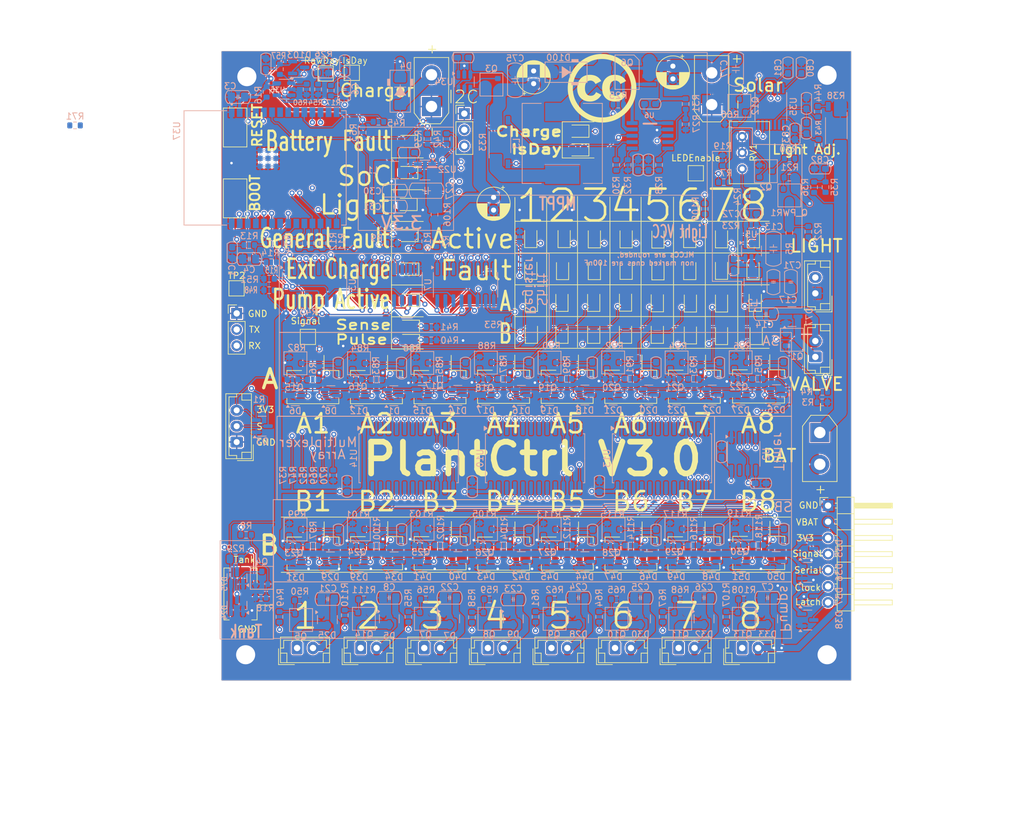
<source format=kicad_pcb>
(kicad_pcb
	(version 20240108)
	(generator "pcbnew")
	(generator_version "8.0")
	(general
		(thickness 1.6)
		(legacy_teardrops no)
	)
	(paper "A4")
	(layers
		(0 "F.Cu" signal)
		(1 "In1.Cu" signal)
		(2 "In2.Cu" signal)
		(31 "B.Cu" signal)
		(32 "B.Adhes" user "B.Adhesive")
		(33 "F.Adhes" user "F.Adhesive")
		(34 "B.Paste" user)
		(35 "F.Paste" user)
		(36 "B.SilkS" user "B.Silkscreen")
		(37 "F.SilkS" user "F.Silkscreen")
		(38 "B.Mask" user)
		(39 "F.Mask" user)
		(40 "Dwgs.User" user "User.Drawings")
		(41 "Cmts.User" user "User.Comments")
		(42 "Eco1.User" user "User.Eco1")
		(43 "Eco2.User" user "User.Eco2")
		(44 "Edge.Cuts" user)
		(45 "Margin" user)
		(46 "B.CrtYd" user "B.Courtyard")
		(47 "F.CrtYd" user "F.Courtyard")
		(48 "B.Fab" user)
		(49 "F.Fab" user)
	)
	(setup
		(stackup
			(layer "F.SilkS"
				(type "Top Silk Screen")
			)
			(layer "F.Paste"
				(type "Top Solder Paste")
			)
			(layer "F.Mask"
				(type "Top Solder Mask")
				(thickness 0.01)
			)
			(layer "F.Cu"
				(type "copper")
				(thickness 0.035)
			)
			(layer "dielectric 1"
				(type "prepreg")
				(thickness 0.1)
				(material "FR4")
				(epsilon_r 4.5)
				(loss_tangent 0.02)
			)
			(layer "In1.Cu"
				(type "copper")
				(thickness 0.035)
			)
			(layer "dielectric 2"
				(type "core")
				(thickness 1.24)
				(material "FR4")
				(epsilon_r 4.5)
				(loss_tangent 0.02)
			)
			(layer "In2.Cu"
				(type "copper")
				(thickness 0.035)
			)
			(layer "dielectric 3"
				(type "prepreg")
				(thickness 0.1)
				(material "FR4")
				(epsilon_r 4.5)
				(loss_tangent 0.02)
			)
			(layer "B.Cu"
				(type "copper")
				(thickness 0.035)
			)
			(layer "B.Mask"
				(type "Bottom Solder Mask")
				(thickness 0.01)
			)
			(layer "B.Paste"
				(type "Bottom Solder Paste")
			)
			(layer "B.SilkS"
				(type "Bottom Silk Screen")
			)
			(copper_finish "HAL lead-free")
			(dielectric_constraints no)
		)
		(pad_to_mask_clearance 0.05)
		(allow_soldermask_bridges_in_footprints no)
		(aux_axis_origin 68.58 26.67)
		(grid_origin 68.58 26.67)
		(pcbplotparams
			(layerselection 0x003ffff_ffffffff)
			(plot_on_all_layers_selection 0x0000000_00000000)
			(disableapertmacros no)
			(usegerberextensions no)
			(usegerberattributes no)
			(usegerberadvancedattributes no)
			(creategerberjobfile no)
			(dashed_line_dash_ratio 12.000000)
			(dashed_line_gap_ratio 3.000000)
			(svgprecision 4)
			(plotframeref no)
			(viasonmask no)
			(mode 1)
			(useauxorigin no)
			(hpglpennumber 1)
			(hpglpenspeed 20)
			(hpglpendiameter 15.000000)
			(pdf_front_fp_property_popups yes)
			(pdf_back_fp_property_popups yes)
			(dxfpolygonmode yes)
			(dxfimperialunits yes)
			(dxfusepcbnewfont yes)
			(psnegative no)
			(psa4output no)
			(plotreference yes)
			(plotvalue yes)
			(plotfptext yes)
			(plotinvisibletext no)
			(sketchpadsonfab no)
			(subtractmaskfromsilk no)
			(outputformat 1)
			(mirror no)
			(drillshape 0)
			(scaleselection 1)
			(outputdirectory "gerber/")
		)
	)
	(net 0 "")
	(net 1 "EN")
	(net 2 "VBAT")
	(net 3 "GND")
	(net 4 "S1")
	(net 5 "G1")
	(net 6 "3_3V")
	(net 7 "Temp")
	(net 8 "S2")
	(net 9 "G2")
	(net 10 "S3")
	(net 11 "Net-(U22-BST)")
	(net 12 "Net-(PUMP2-Pin_1)")
	(net 13 "PUMP_ENABLE")
	(net 14 "TANK_SENSOR")
	(net 15 "Net-(PUMP3-Pin_1)")
	(net 16 "Net-(PUMP4-Pin_1)")
	(net 17 "Net-(PUMP1-Pin_1)")
	(net 18 "Net-(PUMP5-Pin_1)")
	(net 19 "Net-(PUMP6-Pin_1)")
	(net 20 "Net-(PUMP7-Pin_1)")
	(net 21 "Net-(PUMP8-Pin_1)")
	(net 22 "SerialOut")
	(net 23 "Clock")
	(net 24 "Latch")
	(net 25 "Net-(Q1-G)")
	(net 26 "G3")
	(net 27 "ESP_RX")
	(net 28 "ESP_TX")
	(net 29 "Net-(Boot1-Pad2)")
	(net 30 "SDA")
	(net 31 "SCL")
	(net 32 "G4")
	(net 33 "S4")
	(net 34 "Net-(D10-K)")
	(net 35 "Net-(Q5-G)")
	(net 36 "G5")
	(net 37 "Net-(Q7-G)")
	(net 38 "Net-(Q8-G)")
	(net 39 "Net-(Q9-G)")
	(net 40 "Net-(Q10-G)")
	(net 41 "Net-(Q11-G)")
	(net 42 "Net-(Q4-G)")
	(net 43 "Net-(Q13-G)")
	(net 44 "Net-(Q14-G)")
	(net 45 "Net-(D78-A)")
	(net 46 "S5")
	(net 47 "Net-(C5-Pad2)")
	(net 48 "S6")
	(net 49 "G6")
	(net 50 "S7")
	(net 51 "PUMP1")
	(net 52 "G7")
	(net 53 "PUMP3")
	(net 54 "G8")
	(net 55 "Net-(R14-Pad2)")
	(net 56 "PUMP4")
	(net 57 "PUMP5")
	(net 58 "PUMP6")
	(net 59 "PUMP7")
	(net 60 "PUMP8")
	(net 61 "PUMP2")
	(net 62 "unconnected-(U37-IO0-Pad8)")
	(net 63 "unconnected-(U37-IO1-Pad9)")
	(net 64 "Net-(D78-K)")
	(net 65 "S8")
	(net 66 "SIGNAL")
	(net 67 "SerialIn")
	(net 68 "S9")
	(net 69 "G9")
	(net 70 "S10")
	(net 71 "G10")
	(net 72 "G11")
	(net 73 "S11")
	(net 74 "G12")
	(net 75 "S12")
	(net 76 "S13")
	(net 77 "G13")
	(net 78 "S14")
	(net 79 "G14")
	(net 80 "S15")
	(net 81 "G15")
	(net 82 "S16")
	(net 83 "G16")
	(net 84 "CD1")
	(net 85 "CD2")
	(net 86 "CD3")
	(net 87 "CD4")
	(net 88 "CD5")
	(net 89 "Net-(D10-A)")
	(net 90 "Net-(D2-K)")
	(net 91 "CD6")
	(net 92 "CD7")
	(net 93 "Net-(U2-CV)")
	(net 94 "CD8")
	(net 95 "CD9")
	(net 96 "CD10")
	(net 97 "CD11")
	(net 98 "CD12")
	(net 99 "CD13")
	(net 100 "CD14")
	(net 101 "CD15")
	(net 102 "CD16")
	(net 103 "1K_3_3")
	(net 104 "Net-(P_FAULT1-K)")
	(net 105 "CD_Probe")
	(net 106 "SENSORS_ON")
	(net 107 "unconnected-(U3-QG-Pad6)")
	(net 108 "unconnected-(U3-QH-Pad7)")
	(net 109 "Net-(CD1-K)")
	(net 110 "Net-(SIGNAL1-K)")
	(net 111 "MS4")
	(net 112 "MS1")
	(net 113 "MS0")
	(net 114 "MS3")
	(net 115 "MS2")
	(net 116 "unconnected-(U2-DIS-Pad7)")
	(net 117 "IsDay")
	(net 118 "S_VIN")
	(net 119 "5K_VBAT")
	(net 120 "Net-(U1-QH')")
	(net 121 "Net-(U3-QH')")
	(net 122 "/Light_In")
	(net 123 "Net-(U5-BST)")
	(net 124 "Net-(Q2-G)")
	(net 125 "Net-(Q2-D)")
	(net 126 "Net-(Q_PWR1-G)")
	(net 127 "Net-(Q_PWR1-D)")
	(net 128 "LED_ENABLE")
	(net 129 "Net-(I2C3-A)")
	(net 130 "Net-(R24-Pad2)")
	(net 131 "Net-(U5-FB)")
	(net 132 "/Light+")
	(net 133 "Net-(U6-VG)")
	(net 134 "Net-(C19-Pad1)")
	(net 135 "Net-(D98-K)")
	(net 136 "Net-(D98-A)")
	(net 137 "Net-(D100-K)")
	(net 138 "Net-(L3-Pad2)")
	(net 139 "Net-(Q6-G)")
	(net 140 "Net-(U6-MPPT)")
	(net 141 "Net-(U6-COM)")
	(net 142 "Net-(U6-BAT)")
	(net 143 "Net-(U6-FB)")
	(net 144 "Net-(U6-CSP)")
	(net 145 "/3_3IN")
	(net 146 "/Light_cool")
	(net 147 "/3_3V_cool")
	(net 148 "Net-(Q3-S)")
	(net 149 "Net-(U34-VCAP)")
	(net 150 "Net-(Q3-G)")
	(net 151 "Net-(J3-Pin_1)")
	(net 152 "ENABLE_TANK")
	(net 153 "Net-(battery1-Pin_1)")
	(net 154 "Net-(U35-BAT)")
	(net 155 "Net-(U35-SRP)")
	(net 156 "Net-(U35-SRN)")
	(net 157 "Net-(D76-K)")
	(net 158 "Net-(D76-A)")
	(net 159 "Net-(D13-A)")
	(net 160 "Net-(R38-Pad2)")
	(net 161 "Net-(R38-Pad3)")
	(net 162 "BAT_LED")
	(net 163 "BAT_ALERT")
	(net 164 "unconnected-(U35-P6{slash}TS-Pad11)")
	(net 165 "unconnected-(U35-P5{slash}HDQ-Pad12)")
	(net 166 "REG25")
	(net 167 "Net-(C88-Pad1)")
	(net 168 "Net-(U36-+)")
	(net 169 "Net-(U36--)")
	(net 170 "Net-(D11-A)")
	(net 171 "unconnected-(U37-IO7-Pad7)")
	(net 172 "unconnected-(U37-NC-Pad22)")
	(net 173 "unconnected-(U37-IO13-Pad14)")
	(net 174 "unconnected-(U37-IO4-Pad4)")
	(net 175 "unconnected-(U37-IO12-Pad13)")
	(net 176 "Net-(U37-IO8)")
	(net 177 "BOOT_SEL")
	(net 178 "WARN_LED")
	(net 179 "Net-(Q15-C)")
	(net 180 "Net-(Q16-C)")
	(net 181 "Net-(Q17-C)")
	(net 182 "Net-(Q18-C)")
	(net 183 "Net-(Q19-C)")
	(net 184 "Net-(Q20-C)")
	(net 185 "Net-(Q21-C)")
	(net 186 "Net-(Q22-C)")
	(net 187 "Net-(Q23-C)")
	(net 188 "Net-(Q24-C)")
	(net 189 "Net-(Q25-C)")
	(net 190 "Net-(Q26-C)")
	(net 191 "Net-(Q27-C)")
	(net 192 "Net-(Q28-C)")
	(net 193 "Net-(Q29-C)")
	(net 194 "Net-(Q30-C)")
	(net 195 "Net-(Q16-B)")
	(net 196 "FAULT1")
	(net 197 "FAULT2")
	(net 198 "FAULT3")
	(net 199 "FAULT4")
	(net 200 "FAULT5")
	(net 201 "FAULT6")
	(net 202 "FAULT7")
	(net 203 "FAULT8")
	(net 204 "OE")
	(net 205 "unconnected-(TP2-Pad1)")
	(net 206 "Net-(Q15-C)_1")
	(net 207 "Net-(Q17-C)_1")
	(net 208 "Net-(Q20-C)_1")
	(net 209 "Net-(Q21-C)_1")
	(net 210 "Net-(Q23-C)_1")
	(net 211 "Net-(Q24-C)_1")
	(net 212 "Net-(Q29-C)_1")
	(net 213 "Net-(Q18-C)_1")
	(net 214 "Net-(Q19-C)_1")
	(net 215 "Net-(Q22-C)_1")
	(net 216 "Net-(Q25-C)_1")
	(net 217 "Net-(Q26-C)_1")
	(net 218 "Net-(Q27-C)_1")
	(net 219 "Net-(Q28-C)_1")
	(net 220 "Net-(Q30-C)_1")
	(footprint "Connector_JST:JST_PH_B2B-PH-SM4-TB_1x02-1MP_P2.00mm_Vertical" (layer "F.Cu") (at 204.58 117.92 180))
	(footprint "Button_Switch_SMD:SW_SPST_CK_RS282G05A3" (layer "F.Cu") (at 172.33 52.67 90))
	(footprint "Connector_JST:JST_PH_B2B-PH-SM4-TB_1x02-1MP_P2.00mm_Vertical" (layer "F.Cu") (at 194.555 91.77 180))
	(footprint "Connector_AMASS:AMASS_XT30UPB-M_1x02_P5.0mm_Vertical" (layer "F.Cu") (at 247.28 49.07 90))
	(footprint "LED_SMD:LED_0805_2012Metric" (layer "F.Cu") (at 199.53 74.9575 180))
	(footprint "Button_Switch_SMD:SW_SPST_CK_RS282G05A3" (layer "F.Cu") (at 172.33 63.82 -90))
	(footprint "LED_SMD:LED_0805_2012Metric" (layer "F.Cu") (at 223.73 84.945 90))
	(footprint "LED_SMD:LED_0805_2012Metric" (layer "F.Cu") (at 218.83 74.8825 90))
	(footprint "LED_SMD:LED_0805_2012Metric" (layer "F.Cu") (at 228.83 74.92 90))
	(footprint "LED_SMD:LED_0805_2012Metric" (layer "F.Cu") (at 243.93 80.02 90))
	(footprint "Connector_JST:JST_PH_B2B-PH-SM4-TB_1x02-1MP_P2.00mm_Vertical" (layer "F.Cu") (at 254.655 91.67 180))
	(footprint "LED_SMD:LED_0805_2012Metric" (layer "F.Cu") (at 238.73 84.945 90))
	(footprint "Connector_AMASS:AMASS_XT30UPB-F_1x02_P5.0mm_Vertical" (layer "F.Cu") (at 264.28 100.67 -90))
	(footprint "LED_SMD:LED_0805_2012Metric" (layer "F.Cu") (at 243.93 85.045 90))
	(footprint "Connector_JST:JST_PH_B2B-PH-SM4-TB_1x02-1MP_P2.00mm_Vertical" (layer "F.Cu") (at 184.58 117.97 180))
	(footprint "LED_SMD:LED_0805_2012Metric" (layer "F.Cu") (at 199.655 86.195 180))
	(footprint "Connector_AMASS:AMASS_XT30UPB-F_1x02_P5.0mm_Vertical" (layer "F.Cu") (at 203.21 49.37 90))
	(footprint "Connector_JST:JST_PH_B2B-PH-SM4-TB_1x02-1MP_P2.00mm_Vertical" (layer "F.Cu") (at 254.68 117.87 180))
	(footprint "Connector_JST:JST_EH_B2B-EH-A_1x02_P2.50mm_Vertical" (layer "F.Cu") (at 232.08 134.575))
	(footprint "Connector_JST:JST_EH_B2B-EH-A_1x02_P2.50mm_Vertical" (layer "F.Cu") (at 242.08 134.575))
	(footprint "Connector_JST:JST_EH_B2B-EH-A_1x02_P2.50mm_Vertical" (layer "F.Cu") (at 263.58 88.77 90))
	(footprint "LED_SMD:LED_0805_2012Metric" (layer "F.Cu") (at 248.83 85.145 90))
	(footprint "LED_SMD:LED_0805_2012Metric" (layer "F.Cu") (at 248.83 80.02 90))
	(footprint "Connector_JST:JST_EH_B3B-EH-A_1x03_P2.50mm_Vertical" (layer "F.Cu") (at 172.58 102.17 90))
	(footprint "TestPoint:TestPoint_Pad_2.0x2.0mm" (layer "F.Cu") (at 172.56 77.98))
	(footprint "Connector_JST:JST_PH_B2B-PH-SM4-TB_1x02-1MP_P2.00mm_Vertical" (layer "F.Cu") (at 224.58 117.97 180))
	(footprint "LED_SMD:LED_0805_2012Metric" (layer "F.Cu") (at 199.43 69.6575 180))
	(footprint "Connector_PinHeader_2.54mm:PinHeader_1x07_P2.54mm_Horizontal" (layer "F.Cu") (at 265.58 112.17))
	(footprint "LED_SMD:LED_0805_2012Metric" (layer "F.Cu") (at 218.93 84.945 90))
	(footprint "LED_SMD:LED_0805_2012Metric"
		(layer "F.Cu")
		(uuid "38c660a9-1b7f-4b5b-b61c-be652783af9f")
		(at 243.83 69.8825 90)
		(descr "LED SMD 0805 (2012 Metric), square (rectangular) end terminal, IPC_7351 nominal, (Body size source: https://docs.google.com/spreadsheets/d/1BsfQQcO9C6DZCsRaXUlFlo91Tg2WpOkGARC1WS5S8t0/edit?usp=sharing), generated with kicad-footprint-generator")
		(tags "LED")
		(property "Reference" "PUMP_D6"
			(at 0 -1.65 90)
			(layer "F.SilkS")
			(hide yes)
			(uuid "44bbbf26-a62d-4436-b514-b825e281b3ce")
			(effects
				(font
					(size 1 1)
					(thickness 0.15)
				)
			)
		)
		(property "Value" "BLUE"
			(at 0 1.65 90)
			(layer "F.Fab")
			(uuid "8a8574fa-8ef6-410c-870d-c44e0d85d060")
			(effects
				(font
					(size 1 1)
					(thickness 0.15)
				)
			)
		)
		(property "Footprint" "LED_SMD:LED_0805_2012Metric"
			(at 0 0 90)
			(unlocked yes)
			(layer "F.Fab")
			(hide yes)
			(uuid "0bbef73a-c570-477f-a1a4-ae99308a1abe")
			(effects
				(font
					(size 1.27 1.27)
					(thickness 0.15)
				)
			)
		)
		(property "Datasheet" ""
			(at 0 0 90)
			(unlocked yes)
			(layer "F.Fab")
			(hide yes)
			(uuid "1ae939cc-3500-4eee-8197-2ae48b6e6729")
			(effects
				(font
					(size 1.27 1.27)
					(thickness 0.15)
				)
			)
		)
		(property "Description" ""
			(at 0 0 90)
			(unlocked yes)
			(layer "F.Fab")
			(hide yes)
			(uuid "f1e07697-0ac1-494e-b33a-d9f9652f33ce")
			(effects
				(font
					(size 1.27 1.27)
					(thickness 0.15)
				)
			)
		)
		(property "LCSC_PART_NUMBER" "C205441"
			(at 0 0 0)
			(layer "F.Fab")
			(hide yes)
			(uuid "8e33ab52-a42a-4bc9-9e95-456d9ba9024b")
			(effects
				(font
					(size 1 1)
					(thickness 0.15)
				)
			)
		)
		(property ki_fp_filters "LED* LED_SMD:* LED_THT:*")
		(path "/7d96651a-292d-43cc-aa2d-419126cd57a5")
		(sheetname "Root")
		(sheetfile "PlantCtrlESP32.kicad_sch")
		(attr smd dnp)
		(fp_line
			(start 1 -0.96)
			(end -1.685 -0.96)
			(stroke
				(width 0.12)
				(type solid)
			)
			(layer "F.SilkS")
			(uuid "ba446705-5982-4150-a636-09b7ed8fe401")
		)
		(fp_line
			(start -1.685 -0.96)
			(end -1.685 0.96)
			(stroke
				(width 0.12)
				(type solid)
			)
			(layer "F.SilkS")
			(uuid "779d78dc-e68f-4f0e-8a06-6149e2185d92")
		)
		(fp_line
			(start -1.685 0.96)
			(end 1 0.96)
			(stroke
				(width 0.12)
				(type solid)
			)
			(layer "F.SilkS")
			(uuid "e58bcf5c-15c2-4524-8c9a-bff90a010979")
		)
		(fp_line
			(start 1.68 -0.95)
			(end 1.68 0.95)
			(stroke
				(width 0.05)
				(type solid)
			)
			(layer "F.CrtYd")
			(uuid "dab1b315-c66b-4594-a1d6-f28087720229")
		)
		(fp_line
			(start -1.68 -0.95)
			(end 1.68 -0.95)
			(stroke
				(width 0.05)
				(type solid)
			)
			(layer "F.CrtYd")
			(uuid "f041a503-af3e-449f-9185-ed29f6f465c2")
		)
		(fp_line
			(start 1.68 0.95)
			(end -1.68 0.95)
			(stroke
				(width 0.05)
				(type solid)
			)
			(layer "F.CrtYd")
			(uuid "ff8c3f53-7ac4-493c-878a-8ef06ea722e7")
		)
		(fp_line
			(start -1.68 0.95)
			(end -1.68 -0.95)
			(stroke
				(width 0.05)
				(type solid)
			)
			(layer "F.CrtYd")
			(uuid "1c5a52a9-35cc-4224-9dfb-e2f55950ad6a")
		)
		(fp_line
			(start 1 -0.6)
			(end -0.7 -0.6)
			(stroke
				(width 0.1)
				(type solid)
			)
			(layer "F.Fab")
			(uuid "60562b45-51c6-4ea2-948f-ec4c2ec0048b")
		)
		(fp_line
			(start -0.7 -0.6)
			(end -1 -0.3)
			(stroke
				(width 0.1)
				(type solid)
			)
			(layer "F.Fab")
			(uuid "d4c37fbf-d77a-4fcb-aa79-34e57f6d5516")
		)
		(fp_line
			(start -1 -0.3)
			(end -1 0.6)
			(stroke
				(width 0.1)
				(type solid)
			)
			(layer "F.Fab")
			(uuid "fe99bf2a-3bf6-4378-b4e9-8d074d6ed067")
		)
		(fp_line
			(start 1 0.6)
			(end 1 -0.6)
			(stroke
				(width 0.1)
				(type solid)
			)
			(layer "F.Fab")
			(uuid "d7b5f2f3-0882-4b32-8a11-9b0e9daf5705")
		)
		(fp_line
			(start -1 0.6)
			(end 1 0.6)
			(stroke
				(width 0.1)
				(type solid)
			)
			(layer "F.Fab")
			(uuid "887d9868-4c7d-4a8a-a7b7-2ab982864864")
		)
		(fp_text user "${REFERENCE}"
			(at 0 0 90)
			(layer "F.Fab")
			(uuid "06a1ee72-929f-4ac9-b951-316a7d4bc6fd")
			(effects
				(font
					(size 0.5 0.5)
			
... [4797091 chars truncated]
</source>
